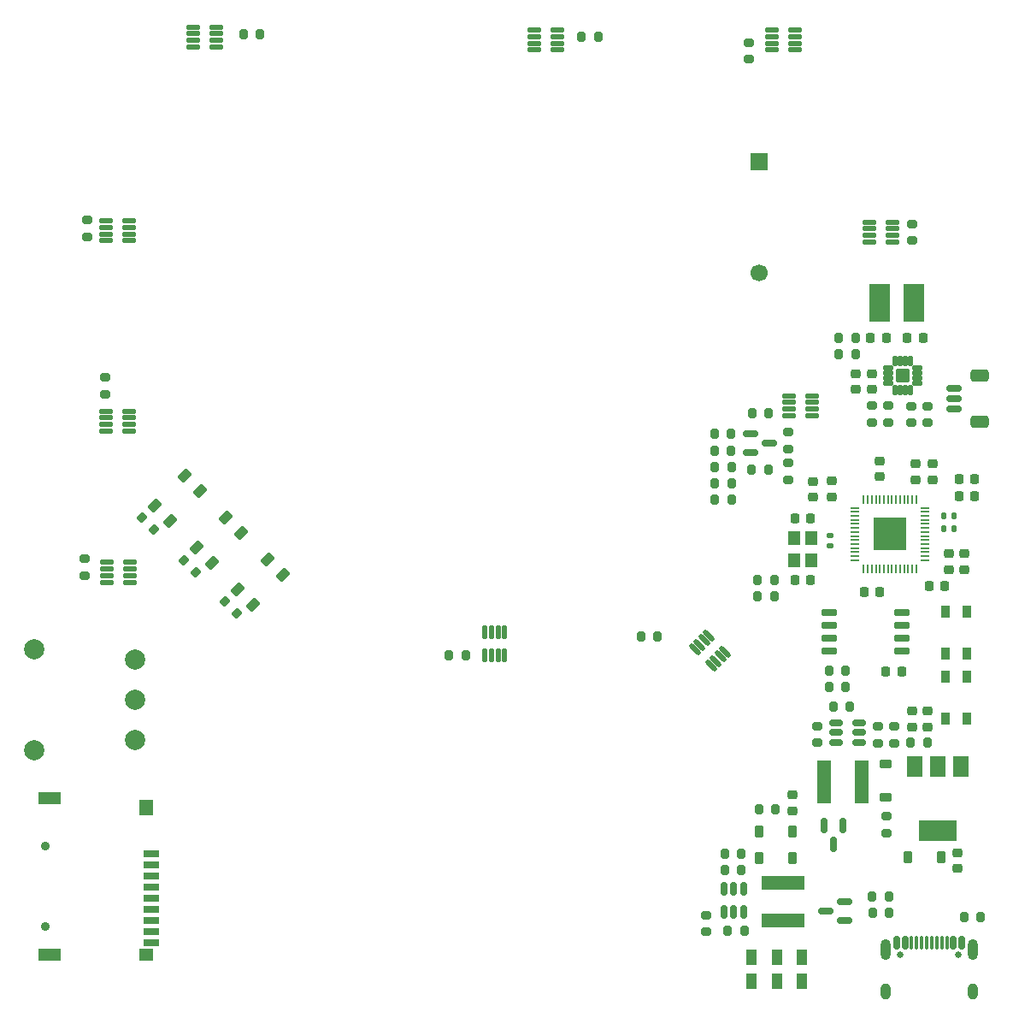
<source format=gbs>
%TF.GenerationSoftware,KiCad,Pcbnew,7.0.7*%
%TF.CreationDate,2023-10-15T16:54:31+01:00*%
%TF.ProjectId,mod-player,6d6f642d-706c-4617-9965-722e6b696361,rev?*%
%TF.SameCoordinates,Original*%
%TF.FileFunction,Soldermask,Bot*%
%TF.FilePolarity,Negative*%
%FSLAX46Y46*%
G04 Gerber Fmt 4.6, Leading zero omitted, Abs format (unit mm)*
G04 Created by KiCad (PCBNEW 7.0.7) date 2023-10-15 16:54:31*
%MOMM*%
%LPD*%
G01*
G04 APERTURE LIST*
G04 Aperture macros list*
%AMRoundRect*
0 Rectangle with rounded corners*
0 $1 Rounding radius*
0 $2 $3 $4 $5 $6 $7 $8 $9 X,Y pos of 4 corners*
0 Add a 4 corners polygon primitive as box body*
4,1,4,$2,$3,$4,$5,$6,$7,$8,$9,$2,$3,0*
0 Add four circle primitives for the rounded corners*
1,1,$1+$1,$2,$3*
1,1,$1+$1,$4,$5*
1,1,$1+$1,$6,$7*
1,1,$1+$1,$8,$9*
0 Add four rect primitives between the rounded corners*
20,1,$1+$1,$2,$3,$4,$5,0*
20,1,$1+$1,$4,$5,$6,$7,0*
20,1,$1+$1,$6,$7,$8,$9,0*
20,1,$1+$1,$8,$9,$2,$3,0*%
G04 Aperture macros list end*
%ADD10RoundRect,0.102000X-0.141421X-0.601041X0.601041X0.141421X0.141421X0.601041X-0.601041X-0.141421X0*%
%ADD11RoundRect,0.125000X0.537500X0.125000X-0.537500X0.125000X-0.537500X-0.125000X0.537500X-0.125000X0*%
%ADD12C,2.000000*%
%ADD13RoundRect,0.150000X0.512500X0.150000X-0.512500X0.150000X-0.512500X-0.150000X0.512500X-0.150000X0*%
%ADD14RoundRect,0.200000X0.200000X0.275000X-0.200000X0.275000X-0.200000X-0.275000X0.200000X-0.275000X0*%
%ADD15RoundRect,0.225000X0.225000X0.250000X-0.225000X0.250000X-0.225000X-0.250000X0.225000X-0.250000X0*%
%ADD16RoundRect,0.200000X-0.200000X-0.275000X0.200000X-0.275000X0.200000X0.275000X-0.200000X0.275000X0*%
%ADD17RoundRect,0.150000X-0.587500X-0.150000X0.587500X-0.150000X0.587500X0.150000X-0.587500X0.150000X0*%
%ADD18RoundRect,0.225000X-0.250000X0.225000X-0.250000X-0.225000X0.250000X-0.225000X0.250000X0.225000X0*%
%ADD19RoundRect,0.200000X0.275000X-0.200000X0.275000X0.200000X-0.275000X0.200000X-0.275000X-0.200000X0*%
%ADD20RoundRect,0.225000X0.250000X-0.225000X0.250000X0.225000X-0.250000X0.225000X-0.250000X-0.225000X0*%
%ADD21RoundRect,0.200000X-0.275000X0.200000X-0.275000X-0.200000X0.275000X-0.200000X0.275000X0.200000X0*%
%ADD22C,0.900000*%
%ADD23R,1.600000X0.700000*%
%ADD24R,2.200000X1.200000*%
%ADD25R,1.400000X1.600000*%
%ADD26R,1.400000X1.200000*%
%ADD27RoundRect,0.150000X-0.150000X0.587500X-0.150000X-0.587500X0.150000X-0.587500X0.150000X0.587500X0*%
%ADD28RoundRect,0.125000X-0.537500X-0.125000X0.537500X-0.125000X0.537500X0.125000X-0.537500X0.125000X0*%
%ADD29RoundRect,0.225000X-0.225000X-0.250000X0.225000X-0.250000X0.225000X0.250000X-0.225000X0.250000X0*%
%ADD30R,1.700000X1.700000*%
%ADD31C,1.700000*%
%ADD32RoundRect,0.225000X-0.225000X-0.375000X0.225000X-0.375000X0.225000X0.375000X-0.225000X0.375000X0*%
%ADD33RoundRect,0.225000X-0.375000X0.225000X-0.375000X-0.225000X0.375000X-0.225000X0.375000X0.225000X0*%
%ADD34RoundRect,0.150000X0.587500X0.150000X-0.587500X0.150000X-0.587500X-0.150000X0.587500X-0.150000X0*%
%ADD35RoundRect,0.225000X0.225000X0.375000X-0.225000X0.375000X-0.225000X-0.375000X0.225000X-0.375000X0*%
%ADD36RoundRect,0.200000X-0.335876X-0.053033X-0.053033X-0.335876X0.335876X0.053033X0.053033X0.335876X0*%
%ADD37RoundRect,0.150000X0.625000X-0.150000X0.625000X0.150000X-0.625000X0.150000X-0.625000X-0.150000X0*%
%ADD38RoundRect,0.250000X0.650000X-0.350000X0.650000X0.350000X-0.650000X0.350000X-0.650000X-0.350000X0*%
%ADD39RoundRect,0.125000X-0.125000X0.537500X-0.125000X-0.537500X0.125000X-0.537500X0.125000X0.537500X0*%
%ADD40RoundRect,0.125000X0.468458X-0.291682X-0.291682X0.468458X-0.468458X0.291682X0.291682X-0.468458X0*%
%ADD41RoundRect,0.135000X0.135000X0.185000X-0.135000X0.185000X-0.135000X-0.185000X0.135000X-0.185000X0*%
%ADD42RoundRect,0.135000X-0.185000X0.135000X-0.185000X-0.135000X0.185000X-0.135000X0.185000X0.135000X0*%
%ADD43R,1.000000X1.600000*%
%ADD44RoundRect,0.102000X0.325000X-0.525000X0.325000X0.525000X-0.325000X0.525000X-0.325000X-0.525000X0*%
%ADD45R,1.200000X1.400000*%
%ADD46RoundRect,0.050000X0.050000X-0.387500X0.050000X0.387500X-0.050000X0.387500X-0.050000X-0.387500X0*%
%ADD47RoundRect,0.050000X0.387500X-0.050000X0.387500X0.050000X-0.387500X0.050000X-0.387500X-0.050000X0*%
%ADD48R,3.200000X3.200000*%
%ADD49R,2.000000X3.800000*%
%ADD50R,1.500000X2.000000*%
%ADD51R,3.800000X2.000000*%
%ADD52RoundRect,0.110100X0.126900X-0.411900X0.126900X0.411900X-0.126900X0.411900X-0.126900X-0.411900X0*%
%ADD53RoundRect,0.110100X-0.411900X-0.126900X0.411900X-0.126900X0.411900X0.126900X-0.411900X0.126900X0*%
%ADD54RoundRect,0.102000X0.550000X-0.550000X0.550000X0.550000X-0.550000X0.550000X-0.550000X-0.550000X0*%
%ADD55C,0.650000*%
%ADD56RoundRect,0.150000X0.150000X0.500000X-0.150000X0.500000X-0.150000X-0.500000X0.150000X-0.500000X0*%
%ADD57RoundRect,0.075000X0.075000X0.575000X-0.075000X0.575000X-0.075000X-0.575000X0.075000X-0.575000X0*%
%ADD58O,1.000000X1.600000*%
%ADD59O,1.000000X2.100000*%
%ADD60R,1.400000X4.200000*%
%ADD61RoundRect,0.150000X-0.650000X-0.150000X0.650000X-0.150000X0.650000X0.150000X-0.650000X0.150000X0*%
%ADD62R,4.200000X1.400000*%
%ADD63RoundRect,0.150000X-0.150000X0.512500X-0.150000X-0.512500X0.150000X-0.512500X0.150000X0.512500X0*%
G04 APERTURE END LIST*
D10*
%TO.C,SW4*%
X369164107Y-91906917D03*
X366229614Y-94841410D03*
X370684386Y-93427196D03*
X367749893Y-96361689D03*
%TD*%
D11*
%TO.C,U13*%
X355504300Y-92190000D03*
X355504300Y-92840000D03*
X355504300Y-93490000D03*
X355504300Y-94140000D03*
X353229300Y-94140000D03*
X353229300Y-93490000D03*
X353229300Y-92840000D03*
X353229300Y-92190000D03*
%TD*%
D12*
%TO.C,RV1*%
X346040600Y-100763800D03*
X346040600Y-110763800D03*
X356040600Y-101763800D03*
X356040600Y-105763800D03*
X356040600Y-109763800D03*
%TD*%
D13*
%TO.C,U7*%
X427735300Y-108088600D03*
X427735300Y-109038600D03*
X427735300Y-109988600D03*
X425460300Y-109988600D03*
X425460300Y-109038600D03*
X425460300Y-108088600D03*
%TD*%
D14*
%TO.C,R47*%
X415048200Y-81113800D03*
X413398200Y-81113800D03*
%TD*%
D15*
%TO.C,C14*%
X431955800Y-103001400D03*
X430405800Y-103001400D03*
%TD*%
D16*
%TO.C,R24*%
X417834400Y-116641400D03*
X419484400Y-116641400D03*
%TD*%
D17*
%TO.C,Q3*%
X416979500Y-81317800D03*
X416979500Y-79417800D03*
X418854500Y-80367800D03*
%TD*%
D18*
%TO.C,C17*%
X434532600Y-106919000D03*
X434532600Y-108469000D03*
%TD*%
D19*
%TO.C,R21*%
X428996800Y-78329200D03*
X428996800Y-76679200D03*
%TD*%
D20*
%TO.C,C6*%
X433342400Y-83989600D03*
X433342400Y-82439600D03*
%TD*%
D14*
%TO.C,R13*%
X419352800Y-95573200D03*
X417702800Y-95573200D03*
%TD*%
D21*
%TO.C,R28*%
X423595800Y-108388600D03*
X423595800Y-110038600D03*
%TD*%
%TO.C,R30*%
X429599400Y-108426800D03*
X429599400Y-110076800D03*
%TD*%
D22*
%TO.C,J2*%
X347145910Y-120250800D03*
X347145910Y-128250800D03*
D23*
X357645910Y-121050800D03*
X357645910Y-122150800D03*
X357645910Y-123250800D03*
X357645910Y-124350800D03*
X357645910Y-125450800D03*
X357645910Y-126550800D03*
X357645910Y-127650800D03*
X357645910Y-128750800D03*
X357645910Y-129850800D03*
D24*
X347545910Y-115550800D03*
D25*
X357145910Y-116450800D03*
D26*
X357145910Y-131050800D03*
D24*
X347545910Y-131050800D03*
%TD*%
D18*
%TO.C,C8*%
X438195400Y-91335000D03*
X438195400Y-92885000D03*
%TD*%
D14*
%TO.C,R14*%
X419352800Y-93943000D03*
X417702800Y-93943000D03*
%TD*%
D15*
%TO.C,C15*%
X422950400Y-93949200D03*
X421400400Y-93949200D03*
%TD*%
D11*
%TO.C,U11*%
X355428100Y-58387600D03*
X355428100Y-59037600D03*
X355428100Y-59687600D03*
X355428100Y-60337600D03*
X353153100Y-60337600D03*
X353153100Y-59687600D03*
X353153100Y-59037600D03*
X353153100Y-58387600D03*
%TD*%
D16*
%TO.C,R1*%
X414421200Y-122612800D03*
X416071200Y-122612800D03*
%TD*%
D15*
%TO.C,C9*%
X429796800Y-95115000D03*
X428246800Y-95115000D03*
%TD*%
D11*
%TO.C,U12*%
X355428100Y-77214000D03*
X355428100Y-77864000D03*
X355428100Y-78514000D03*
X355428100Y-79164000D03*
X353153100Y-79164000D03*
X353153100Y-78514000D03*
X353153100Y-77864000D03*
X353153100Y-77214000D03*
%TD*%
D27*
%TO.C,Q1*%
X424262800Y-118185100D03*
X426162800Y-118185100D03*
X425212800Y-120060100D03*
%TD*%
D16*
%TO.C,R33*%
X432857800Y-109995800D03*
X434507800Y-109995800D03*
%TD*%
D28*
%TO.C,U10*%
X361817100Y-41160000D03*
X361817100Y-40510000D03*
X361817100Y-39860000D03*
X361817100Y-39210000D03*
X364092100Y-39210000D03*
X364092100Y-39860000D03*
X364092100Y-40510000D03*
X364092100Y-41160000D03*
%TD*%
D20*
%TO.C,C7*%
X435021400Y-83989600D03*
X435021400Y-82439600D03*
%TD*%
D29*
%TO.C,C13*%
X437638600Y-83940000D03*
X439188600Y-83940000D03*
%TD*%
D19*
%TO.C,R22*%
X434513200Y-78354600D03*
X434513200Y-76704600D03*
%TD*%
D11*
%TO.C,U8*%
X421362900Y-39504800D03*
X421362900Y-40154800D03*
X421362900Y-40804800D03*
X421362900Y-41454800D03*
X419087900Y-41454800D03*
X419087900Y-40804800D03*
X419087900Y-40154800D03*
X419087900Y-39504800D03*
%TD*%
D30*
%TO.C,BT1*%
X417804800Y-52508000D03*
D31*
X417804800Y-63508000D03*
%TD*%
D29*
%TO.C,C5*%
X437624800Y-85613800D03*
X439174800Y-85613800D03*
%TD*%
D14*
%TO.C,R2*%
X416071200Y-121017200D03*
X414421200Y-121017200D03*
%TD*%
D16*
%TO.C,R43*%
X387134600Y-101401400D03*
X388784600Y-101401400D03*
%TD*%
%TO.C,R3*%
X414726000Y-128667200D03*
X416376000Y-128667200D03*
%TD*%
D32*
%TO.C,D2*%
X432556000Y-121354600D03*
X435856000Y-121354600D03*
%TD*%
D14*
%TO.C,R35*%
X415102200Y-84332600D03*
X413452200Y-84332600D03*
%TD*%
%TO.C,R52*%
X427399000Y-71570200D03*
X425749000Y-71570200D03*
%TD*%
D33*
%TO.C,D14*%
X430359800Y-112123600D03*
X430359800Y-115423600D03*
%TD*%
D34*
%TO.C,Q2*%
X426279700Y-125726800D03*
X426279700Y-127626800D03*
X424404700Y-126676800D03*
%TD*%
D35*
%TO.C,D1*%
X421169200Y-121432800D03*
X417869200Y-121432800D03*
%TD*%
D36*
%TO.C,R15*%
X366119363Y-97249363D03*
X364952637Y-96082637D03*
%TD*%
D37*
%TO.C,J3*%
X437174000Y-76979400D03*
X437174000Y-75979400D03*
X437174000Y-74979400D03*
D38*
X439699000Y-78279400D03*
X439699000Y-73679400D03*
%TD*%
D39*
%TO.C,U14*%
X390690800Y-99111100D03*
X391340800Y-99111100D03*
X391990800Y-99111100D03*
X392640800Y-99111100D03*
X392640800Y-101386100D03*
X391990800Y-101386100D03*
X391340800Y-101386100D03*
X390690800Y-101386100D03*
%TD*%
D16*
%TO.C,R7*%
X438122600Y-127261000D03*
X439772600Y-127261000D03*
%TD*%
D40*
%TO.C,U15*%
X414477563Y-101031905D03*
X414017944Y-101491524D03*
X413558324Y-101951144D03*
X413098705Y-102410763D03*
X411490037Y-100802095D03*
X411949656Y-100342476D03*
X412409276Y-99882856D03*
X412868895Y-99423237D03*
%TD*%
D19*
%TO.C,R19*%
X430587800Y-78329200D03*
X430587800Y-76679200D03*
%TD*%
D41*
%TO.C,R11*%
X437131400Y-88823800D03*
X436111400Y-88823800D03*
%TD*%
%TO.C,R12*%
X437131400Y-87589400D03*
X436111400Y-87589400D03*
%TD*%
D18*
%TO.C,C3*%
X436615400Y-91321200D03*
X436615400Y-92871200D03*
%TD*%
D21*
%TO.C,R25*%
X432982200Y-58706200D03*
X432982200Y-60356200D03*
%TD*%
D42*
%TO.C,R10*%
X424870400Y-89543200D03*
X424870400Y-90563200D03*
%TD*%
D21*
%TO.C,R40*%
X353103800Y-73901800D03*
X353103800Y-75551800D03*
%TD*%
D16*
%TO.C,R5*%
X429026200Y-125247400D03*
X430676200Y-125247400D03*
%TD*%
D19*
%TO.C,R4*%
X412576800Y-128746400D03*
X412576800Y-127096400D03*
%TD*%
%TO.C,R26*%
X416779400Y-42385800D03*
X416779400Y-40735800D03*
%TD*%
D14*
%TO.C,R6*%
X430713000Y-126893800D03*
X429063000Y-126893800D03*
%TD*%
D19*
%TO.C,R23*%
X432943000Y-78354600D03*
X432943000Y-76704600D03*
%TD*%
D14*
%TO.C,R53*%
X427399000Y-69965400D03*
X425749000Y-69965400D03*
%TD*%
D28*
%TO.C,U9*%
X395567500Y-41454800D03*
X395567500Y-40804800D03*
X395567500Y-40154800D03*
X395567500Y-39504800D03*
X397842500Y-39504800D03*
X397842500Y-40154800D03*
X397842500Y-40804800D03*
X397842500Y-41454800D03*
%TD*%
D20*
%TO.C,C18*%
X429019200Y-75072000D03*
X429019200Y-73522000D03*
%TD*%
D14*
%TO.C,R37*%
X368417000Y-39873400D03*
X366767000Y-39873400D03*
%TD*%
D43*
%TO.C,SW7*%
X417083000Y-133650600D03*
X419583000Y-133650600D03*
X422083000Y-133650600D03*
X417083000Y-131250600D03*
X419583000Y-131250600D03*
X422083000Y-131250600D03*
%TD*%
D36*
%TO.C,R17*%
X362004563Y-93154363D03*
X360837837Y-91987637D03*
%TD*%
D21*
%TO.C,R49*%
X420688600Y-82337800D03*
X420688600Y-83987800D03*
%TD*%
D28*
%TO.C,U6*%
X428739900Y-60464000D03*
X428739900Y-59814000D03*
X428739900Y-59164000D03*
X428739900Y-58514000D03*
X431014900Y-58514000D03*
X431014900Y-59164000D03*
X431014900Y-59814000D03*
X431014900Y-60464000D03*
%TD*%
D19*
%TO.C,R32*%
X430421400Y-118957200D03*
X430421400Y-117307200D03*
%TD*%
D10*
%TO.C,SW5*%
X360921407Y-83601117D03*
X357986914Y-86535610D03*
X362441686Y-85121396D03*
X359507193Y-88055889D03*
%TD*%
D44*
%TO.C,SW2*%
X438442200Y-107639303D03*
X438442200Y-103489303D03*
X436292200Y-107639303D03*
X436292200Y-103489303D03*
%TD*%
D14*
%TO.C,R34*%
X415102200Y-85988200D03*
X413452200Y-85988200D03*
%TD*%
D10*
%TO.C,SW6*%
X365042757Y-87754017D03*
X362108264Y-90688510D03*
X366563036Y-89274296D03*
X363628543Y-92208789D03*
%TD*%
D16*
%TO.C,R29*%
X425190200Y-106472200D03*
X426840200Y-106472200D03*
%TD*%
D45*
%TO.C,Y1*%
X422996400Y-89797200D03*
X422996400Y-91997200D03*
X421296400Y-91997200D03*
X421296400Y-89797200D03*
%TD*%
D46*
%TO.C,U1*%
X433393200Y-92811600D03*
X432993200Y-92811600D03*
X432593200Y-92811600D03*
X432193200Y-92811600D03*
X431793200Y-92811600D03*
X431393200Y-92811600D03*
X430993200Y-92811600D03*
X430593200Y-92811600D03*
X430193200Y-92811600D03*
X429793200Y-92811600D03*
X429393200Y-92811600D03*
X428993200Y-92811600D03*
X428593200Y-92811600D03*
X428193200Y-92811600D03*
D47*
X427355700Y-91974100D03*
X427355700Y-91574100D03*
X427355700Y-91174100D03*
X427355700Y-90774100D03*
X427355700Y-90374100D03*
X427355700Y-89974100D03*
X427355700Y-89574100D03*
X427355700Y-89174100D03*
X427355700Y-88774100D03*
X427355700Y-88374100D03*
X427355700Y-87974100D03*
X427355700Y-87574100D03*
X427355700Y-87174100D03*
X427355700Y-86774100D03*
D46*
X428193200Y-85936600D03*
X428593200Y-85936600D03*
X428993200Y-85936600D03*
X429393200Y-85936600D03*
X429793200Y-85936600D03*
X430193200Y-85936600D03*
X430593200Y-85936600D03*
X430993200Y-85936600D03*
X431393200Y-85936600D03*
X431793200Y-85936600D03*
X432193200Y-85936600D03*
X432593200Y-85936600D03*
X432993200Y-85936600D03*
X433393200Y-85936600D03*
D47*
X434230700Y-86774100D03*
X434230700Y-87174100D03*
X434230700Y-87574100D03*
X434230700Y-87974100D03*
X434230700Y-88374100D03*
X434230700Y-88774100D03*
X434230700Y-89174100D03*
X434230700Y-89574100D03*
X434230700Y-89974100D03*
X434230700Y-90374100D03*
X434230700Y-90774100D03*
X434230700Y-91174100D03*
X434230700Y-91574100D03*
X434230700Y-91974100D03*
D48*
X430793200Y-89374100D03*
%TD*%
D21*
%TO.C,R39*%
X351268200Y-58303000D03*
X351268200Y-59953000D03*
%TD*%
D20*
%TO.C,C4*%
X425006000Y-85691400D03*
X425006000Y-84141400D03*
%TD*%
D29*
%TO.C,C16*%
X421396400Y-87841200D03*
X422946400Y-87841200D03*
%TD*%
D15*
%TO.C,C21*%
X434050200Y-69956000D03*
X432500200Y-69956000D03*
%TD*%
D20*
%TO.C,C19*%
X427396200Y-75072000D03*
X427396200Y-73522000D03*
%TD*%
D16*
%TO.C,R45*%
X417157400Y-77423800D03*
X418807400Y-77423800D03*
%TD*%
D20*
%TO.C,C12*%
X429783800Y-83696400D03*
X429783800Y-82146400D03*
%TD*%
D49*
%TO.C,J5*%
X433181200Y-66535400D03*
%TD*%
D14*
%TO.C,R9*%
X426417200Y-102879200D03*
X424767200Y-102879200D03*
%TD*%
%TO.C,R38*%
X401894200Y-40199000D03*
X400244200Y-40199000D03*
%TD*%
%TO.C,R8*%
X426417200Y-104509400D03*
X424767200Y-104509400D03*
%TD*%
D29*
%TO.C,C10*%
X434666800Y-94524000D03*
X436216800Y-94524000D03*
%TD*%
D44*
%TO.C,SW3*%
X438407800Y-101183897D03*
X438407800Y-97033897D03*
X436257800Y-101183897D03*
X436257800Y-97033897D03*
%TD*%
D50*
%TO.C,U3*%
X433204800Y-112412600D03*
X435504800Y-112412600D03*
D51*
X435504800Y-118712600D03*
D50*
X437804800Y-112412600D03*
%TD*%
D52*
%TO.C,U5*%
X432806000Y-75128400D03*
X432306000Y-75128400D03*
X431806000Y-75128400D03*
X431306000Y-75128400D03*
D53*
X430621000Y-74443400D03*
X430621000Y-73943400D03*
X430621000Y-73443400D03*
X430621000Y-72943400D03*
D52*
X431306000Y-72258400D03*
X431806000Y-72258400D03*
X432306000Y-72258400D03*
X432806000Y-72258400D03*
D53*
X433491000Y-72943400D03*
X433491000Y-73443400D03*
X433491000Y-73943400D03*
X433491000Y-74443400D03*
D54*
X432056000Y-73693400D03*
%TD*%
D55*
%TO.C,J1*%
X437574800Y-130975600D03*
X431794800Y-130975600D03*
D56*
X437884800Y-129835600D03*
X437084800Y-129835600D03*
D57*
X435934800Y-129835600D03*
X434934800Y-129835600D03*
X434434800Y-129835600D03*
X433434800Y-129835600D03*
D56*
X432284800Y-129835600D03*
X431484800Y-129835600D03*
X431484800Y-129835600D03*
X432284800Y-129835600D03*
D57*
X432934800Y-129835600D03*
X433934800Y-129835600D03*
X435434800Y-129835600D03*
X436434800Y-129835600D03*
D56*
X437084800Y-129835600D03*
X437884800Y-129835600D03*
D58*
X439004800Y-134655600D03*
D59*
X439004800Y-130475600D03*
D58*
X430364800Y-134655600D03*
D59*
X430364800Y-130475600D03*
%TD*%
D29*
%TO.C,C20*%
X428864000Y-69981400D03*
X430414000Y-69981400D03*
%TD*%
D32*
%TO.C,D3*%
X417818200Y-118856800D03*
X421118200Y-118856800D03*
%TD*%
D19*
%TO.C,R31*%
X431229600Y-110076800D03*
X431229600Y-108426800D03*
%TD*%
D49*
%TO.C,J4*%
X429739800Y-66535400D03*
%TD*%
D14*
%TO.C,R41*%
X415048200Y-79465000D03*
X413398200Y-79465000D03*
%TD*%
D19*
%TO.C,R50*%
X420691000Y-80933400D03*
X420691000Y-79283400D03*
%TD*%
D18*
%TO.C,C2*%
X437499400Y-120920600D03*
X437499400Y-122470600D03*
%TD*%
D36*
%TO.C,R16*%
X357897163Y-88954563D03*
X356730437Y-87787837D03*
%TD*%
D60*
%TO.C,L2*%
X424264800Y-113933600D03*
X427964800Y-113933600D03*
%TD*%
D14*
%TO.C,R36*%
X415102200Y-82727800D03*
X413452200Y-82727800D03*
%TD*%
D20*
%TO.C,C1*%
X421112000Y-116755600D03*
X421112000Y-115205600D03*
%TD*%
D14*
%TO.C,R48*%
X418753400Y-83000200D03*
X417103400Y-83000200D03*
%TD*%
D16*
%TO.C,R44*%
X406133800Y-99491800D03*
X407783800Y-99491800D03*
%TD*%
D11*
%TO.C,U16*%
X423062100Y-75690000D03*
X423062100Y-76340000D03*
X423062100Y-76990000D03*
X423062100Y-77640000D03*
X420787100Y-77640000D03*
X420787100Y-76990000D03*
X420787100Y-76340000D03*
X420787100Y-75690000D03*
%TD*%
D20*
%TO.C,C11*%
X423177200Y-85703000D03*
X423177200Y-84153000D03*
%TD*%
D61*
%TO.C,U4*%
X424763800Y-100924200D03*
X424763800Y-99654200D03*
X424763800Y-98384200D03*
X424763800Y-97114200D03*
X431963800Y-97114200D03*
X431963800Y-98384200D03*
X431963800Y-99654200D03*
X431963800Y-100924200D03*
%TD*%
D20*
%TO.C,C22*%
X432961400Y-108464600D03*
X432961400Y-106914600D03*
%TD*%
D62*
%TO.C,L1*%
X420165200Y-127611800D03*
X420165200Y-123911800D03*
%TD*%
D63*
%TO.C,U2*%
X414385200Y-124524300D03*
X415335200Y-124524300D03*
X416285200Y-124524300D03*
X416285200Y-126799300D03*
X415335200Y-126799300D03*
X414385200Y-126799300D03*
%TD*%
D21*
%TO.C,R42*%
X351037200Y-93484200D03*
X351037200Y-91834200D03*
%TD*%
M02*

</source>
